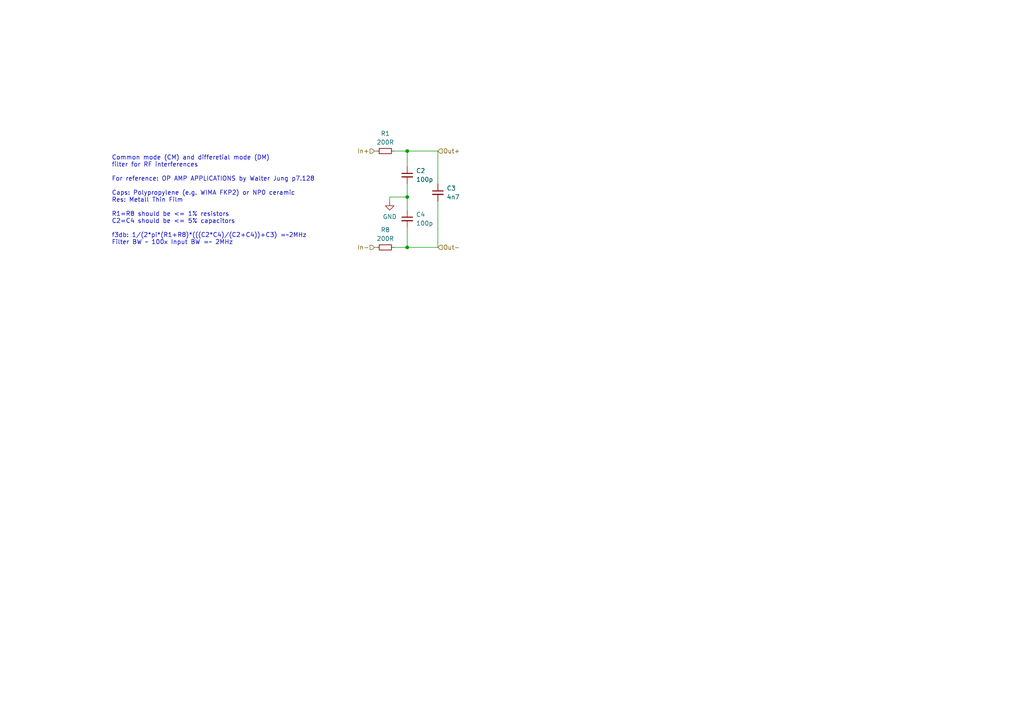
<source format=kicad_sch>
(kicad_sch (version 20230121) (generator eeschema)
  (paper "A4")
  (title_block (title "BHOA") (rev "0.1") (company "C Audio") (comment 3 "Balanced Headphone Operationsal Amplifier"))
  (lib_symbols
    (symbol "Device:C_Small" (pin_numbers hide) (pin_names (offset 0.254) hide)
      (property "Reference" "C" (at 0.254 1.778 0))
      (property "Value" "C_Small" (at 0.254 -2.032 0))
      (symbol "C_Small_0_1"
        (polyline (pts (xy -1.524 -0.508) (xy 1.524 -0.508)) (stroke (width 0.3302)))
        (polyline (pts (xy -1.524 0.508) (xy 1.524 0.508)) (stroke (width 0.3048)))
      )
      (symbol "C_Small_1_1"
        (pin passive line (at 0 2.54 270) (length 2.032) (name "~") (number "1"))
        (pin passive line (at 0 -2.54 90) (length 2.032) (name "~") (number "2"))
      )
    )
    (symbol "Device:R_Small" (pin_numbers hide) (pin_names (offset 0.254) hide)
      (property "Reference" "R" (at 0.762 0.508 0))
      (property "Value" "R_Small" (at 0.762 -1.016 0))
      (symbol "R_Small_0_1"
        (rectangle (start -0.762 1.778) (end 0.762 -1.778) (stroke (width 0.2032)))
      )
      (symbol "R_Small_1_1"
        (pin passive line (at 0 2.54 270) (length 0.762) (name "~") (number "1"))
        (pin passive line (at 0 -2.54 90) (length 0.762) (name "~") (number "2"))
      )
    )
    (symbol "power:GND" (power) (pin_names (offset 0))
      (property "Value" "GND" (at 0 -3.81 0))
      (symbol "GND_0_1"
        (polyline (pts (xy 0 0) (xy 0 -1.27) (xy 1.27 -1.27) (xy 0 -2.54) (xy -1.27 -1.27) (xy 0 -1.27)))
      )
      (symbol "GND_1_1"
        (pin power_in line (at 0 0 270) (length 0) hide (name "GND") (number "1"))
      )
    )
  )
  (junction (at 118.11 43.815))
  (junction (at 118.11 57.15))
  (junction (at 118.11 71.755))
  (wire (pts (xy 127 71.755) (xy 118.11 71.755)))
  (wire (pts (xy 118.11 71.755) (xy 118.11 66.04)))
  (wire (pts (xy 113.03 57.15) (xy 118.11 57.15)))
  (wire (pts (xy 118.11 57.15) (xy 118.11 60.96)))
  (wire (pts (xy 118.11 43.815) (xy 114.3 43.815)))
  (wire (pts (xy 127 43.815) (xy 127 53.34)))
  (wire (pts (xy 118.11 43.815) (xy 127 43.815)))
  (wire (pts (xy 127 58.42) (xy 127 71.755)))
  (wire (pts (xy 118.11 53.34) (xy 118.11 57.15)))
  (wire (pts (xy 114.3 71.755) (xy 118.11 71.755)))
  (wire (pts (xy 108.585 43.815) (xy 109.22 43.815)))
  (wire (pts (xy 113.03 58.42) (xy 113.03 57.15)))
  (wire (pts (xy 118.11 48.26) (xy 118.11 43.815)))
  (wire (pts (xy 108.585 71.755) (xy 109.22 71.755)))
  (text "Common mode (CM) and differetial mode (DM) \nfilter for RF interferences\n\nFor reference: OP AMP APPLICATIONS by Walter Jung p7.128\n\nCaps: Polypropylene (e.g. WIMA FKP2) or NP0 ceramic\nRes: Metall Thin Film\n\nR1=R8 should be <= 1% resistors\nC2=C4 should be <= 5% capacitors\n\nf3db: 1/(2*pi*(R1+R8)*(((C2*C4)/(C2+C4))+C3) =~2MHz\nFilter BW ~ 100x Input BW =~ 2MHz" (at 32.385 71.12 0) (effects (font (size 1.27 1.27)) (justify left bottom)))
  (hierarchical_label "Out-" (shape input) (at 127 71.755 0))
  (hierarchical_label "Out+" (shape input) (at 127 43.815 0))
  (hierarchical_label "In-" (shape input) (at 108.585 71.755 180))
  (hierarchical_label "In+" (shape input) (at 108.585 43.815 180))
  (symbol (lib_id "Device:C_Small") (at 118.11 50.8 0) (unit 1)
    (property "Reference" "C2" (at 120.65 49.53 0) (effects (justify left)))
    (property "Value" "100p" (at 120.65 52.07 0) (effects (justify left)))
    (property "Footprint" "Capacitor_SMD:C_0805_2012Metric_Pad1.18x1.45mm_HandSolder" (effects hide))
    (instances (project "BHOA" (path "" (reference "C2") (unit 1)) (path "" (reference "C15") (unit 1)) (path "" (reference "C2") (unit 1)) (path "" (reference "C801") (unit 1)) (path "" (reference "C901") (unit 1))) (project "Whammy Amp Balanced" (path "" (reference "C231") (unit 1)) (path "" (reference "C214") (unit 1))))
  )
  (symbol (lib_id "Device:R_Small") (at 111.76 71.755 90) (unit 1)
    (property "Reference" "R8" (at 111.76 66.675 90))
    (property "Value" "200R" (at 111.76 69.215 90))
    (property "Footprint" "Resistor_SMD:R_0805_2012Metric_Pad1.20x1.40mm_HandSolder" (effects hide))
    (instances (project "BHOA" (path "" (reference "R8") (unit 1)) (path "" (reference "R16") (unit 1)) (path "" (reference "R8") (unit 1)) (path "" (reference "R802") (unit 1)) (path "" (reference "R902") (unit 1))) (project "Whammy Amp Balanced" (path "" (reference "R259") (unit 1)) (path "" (reference "R258") (unit 1))))
  )
  (symbol (lib_id "power:GND") (at 113.03 58.42 0) (unit 1)
    (property "Reference" "#PWR02" (effects hide))
    (property "Value" "GND" (at 113.03 62.865 0))
    (instances (project "BHOA" (path "" (reference "#PWR02") (unit 1)) (path "" (reference "#PWR012") (unit 1)) (path "" (reference "#PWR02") (unit 1)) (path "" (reference "#PWR0801") (unit 1)) (path "" (reference "#PWR0901") (unit 1))) (project "Whammy Amp Balanced" (path "" (reference "#PWR0220") (unit 1)) (path "" (reference "#PWR0217") (unit 1))))
  )
  (symbol (lib_id "Device:R_Small") (at 111.76 43.815 90) (unit 1)
    (property "Reference" "R1" (at 111.76 38.735 90))
    (property "Value" "200R" (at 111.76 41.275 90))
    (property "Footprint" "Resistor_SMD:R_0805_2012Metric_Pad1.20x1.40mm_HandSolder" (effects hide))
    (instances (project "BHOA" (path "" (reference "R1") (unit 1)) (path "" (reference "R9") (unit 1)) (path "" (reference "R1") (unit 1)) (path "" (reference "R801") (unit 1)) (path "" (reference "R901") (unit 1))) (project "Whammy Amp Balanced" (path "" (reference "R257") (unit 1)) (path "" (reference "R256") (unit 1))))
  )
  (symbol (lib_id "Device:C_Small") (at 118.11 63.5 0) (unit 1)
    (property "Reference" "C4" (at 120.65 62.23 0) (effects (justify left)))
    (property "Value" "100p" (at 120.65 64.77 0) (effects (justify left)))
    (property "Footprint" "Capacitor_SMD:C_0805_2012Metric_Pad1.18x1.45mm_HandSolder" (effects hide))
    (instances (project "BHOA" (path "" (reference "C4") (unit 1)) (path "" (reference "C17") (unit 1)) (path "" (reference "C4") (unit 1)) (path "" (reference "C803") (unit 1)) (path "" (reference "C903") (unit 1))) (project "Whammy Amp Balanced" (path "" (reference "C245") (unit 1)) (path "" (reference "C244") (unit 1))))
  )
  (symbol (lib_id "Device:C_Small") (at 127 55.88 0) (unit 1)
    (property "Reference" "C3" (at 129.54 54.61 0) (effects (justify left)))
    (property "Value" "4n7" (at 129.54 57.15 0) (effects (justify left)))
    (property "Footprint" "Capacitor_SMD:C_0805_2012Metric_Pad1.18x1.45mm_HandSolder" (effects hide))
    (instances (project "BHOA" (path "" (reference "C3") (unit 1)) (path "" (reference "C16") (unit 1)) (path "" (reference "C3") (unit 1)) (path "" (reference "C802") (unit 1)) (path "" (reference "C902") (unit 1))) (project "Whammy Amp Balanced" (path "" (reference "C247") (unit 1)) (path "" (reference "C246") (unit 1))))
  )
)
</source>
